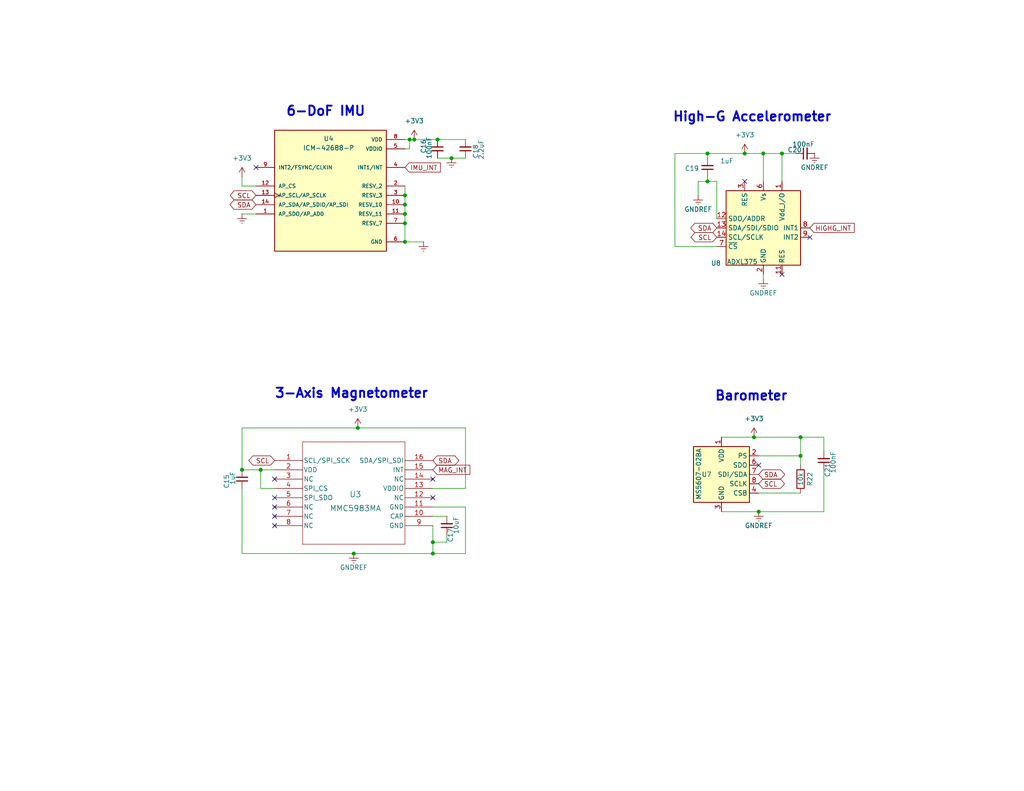
<source format=kicad_sch>
(kicad_sch (version 20250114) (generator "eeschema") (generator_version "9.0")
  (paper "USLetter")
  (title_block (title "WINTER Sensors") (date "2025-08-28") (rev "4-Dev") (company "SparrowTheNerd"))
  (lib_symbols
    (symbol "Device:C_Small" (pin_numbers (hide yes)) (pin_names (offset 0.254) (hide yes))
      (property "Reference" "C" (at 0.254 1.778 0))
      (property "Value" "C_Small" (at 0.254 -2.032 0))
      (symbol "C_Small_0_1"
        (polyline (pts (xy -1.524 0.508) (xy 1.524 0.508)) (stroke (width 0.3048)))
        (polyline (pts (xy -1.524 -0.508) (xy 1.524 -0.508)) (stroke (width 0.3302)))
      )
      (symbol "C_Small_1_1"
        (pin passive line (at 0 2.54 270) (length 2.032) (name "~") (number "1"))
        (pin passive line (at 0 -2.54 90) (length 2.032) (name "~") (number "2"))
      )
    )
    (symbol "Device:R" (pin_numbers (hide yes)) (pin_names (offset 0))
      (property "Reference" "R" (at 2.032 0 90))
      (property "Value" "R" (at 0 0 90))
      (symbol "R_0_1"
        (rectangle (start -1.016 -2.54) (end 1.016 2.54) (stroke (width 0.254)))
      )
      (symbol "R_1_1"
        (pin passive line (at 0 3.81 270) (length 1.27) (name "~") (number "1"))
        (pin passive line (at 0 -3.81 90) (length 1.27) (name "~") (number "2"))
      )
    )
    (symbol "Sensor_Motion:ADXL343"
      (property "Reference" "U" (at -8.89 11.43 0))
      (property "Value" "ADXL343" (at -7.62 -11.43 0))
      (symbol "ADXL343_0_1"
        (rectangle (start -10.16 10.16) (end 10.16 -10.16) (stroke (width 0.254)) (fill (type background)))
      )
      (symbol "ADXL343_1_1"
        (pin bidirectional line (at -12.7 2.54 0) (length 2.54) (name "SDO/ADDR") (number "12"))
        (pin bidirectional line (at -12.7 0 0) (length 2.54) (name "SDA/SDI/SDIO") (number "13"))
        (pin input line (at -12.7 -2.54 0) (length 2.54) (name "SCL/SCLK") (number "14"))
        (pin input line (at -12.7 -5.08 0) (length 2.54) (name "~{CS}") (number "7"))
        (pin passive line (at -5.08 12.7 270) (length 2.54) (name "RES") (number "3"))
        (pin no_connect line (at -5.08 -10.16 90) (length 2.54) (hide yes) (name "NC") (number "10"))
        (pin power_in line (at 0 12.7 270) (length 2.54) (name "Vs") (number "6"))
        (pin power_in line (at 0 -12.7 90) (length 2.54) (name "GND") (number "2"))
        (pin passive line (at 0 -12.7 90) (length 2.54) (hide yes) (name "GND") (number "4"))
        (pin passive line (at 0 -12.7 90) (length 2.54) (hide yes) (name "GND") (number "5"))
        (pin power_in line (at 5.08 12.7 270) (length 2.54) (name "Vdd_I/O") (number "1"))
        (pin passive line (at 5.08 -12.7 90) (length 2.54) (name "RES") (number "11"))
        (pin output line (at 12.7 0 180) (length 2.54) (name "INT1") (number "8"))
        (pin output line (at 12.7 -2.54 180) (length 2.54) (name "INT2") (number "9"))
      )
    )
    (symbol "Sensor_Pressure:MS5607-02BA"
      (property "Reference" "U" (at -6.35 8.89 0))
      (property "Value" "MS5607-02BA" (at 7.62 8.89 0))
      (symbol "MS5607-02BA_0_1"
        (rectangle (start -7.62 7.62) (end 7.62 -7.62) (stroke (width 0.254)) (fill (type background)))
      )
      (symbol "MS5607-02BA_1_1"
        (pin input line (at -10.16 5.08 0) (length 2.54) (name "PS") (number "2"))
        (pin output line (at -10.16 2.54 0) (length 2.54) (name "SDO") (number "6"))
        (pin bidirectional line (at -10.16 0 0) (length 2.54) (name "SDI/SDA") (number "7"))
        (pin input line (at -10.16 -2.54 0) (length 2.54) (name "SCLK") (number "8"))
        (pin input line (at -10.16 -5.08 0) (length 2.54) (name "CSB") (number "4"))
        (pin input line (at -10.16 -5.08 0) (length 2.54) (hide yes) (name "CSB") (number "5"))
        (pin power_in line (at 0 10.16 270) (length 2.54) (name "VDD") (number "1"))
        (pin power_in line (at 0 -10.16 90) (length 2.54) (name "GND") (number "3"))
      )
    )
    (symbol "WINTER_components:ICM-42688-P" (pin_names (offset 1.016))
      (property "Reference" "U" (at -20.32 16.002 0))
      (property "Value" "ICM-42688-P" (at -20.32 -20.32 0))
      (symbol "ICM-42688-P_0_0"
        (rectangle (start -20.32 15.24) (end 10.16 -17.78) (stroke (width 0.254)) (fill (type background)))
        (pin bidirectional line (at -25.4 5.08 0) (length 5.08) (name "INT2/FSYNC/CLKIN") (number "9"))
        (pin input line (at -25.4 0 0) (length 5.08) (name "AP_CS") (number "12"))
        (pin input clock (at -25.4 -2.54 0) (length 5.08) (name "AP_SCL/AP_SCLK") (number "13"))
        (pin bidirectional line (at -25.4 -5.08 0) (length 5.08) (name "AP_SDA/AP_SDIO/AP_SDI") (number "14"))
        (pin bidirectional line (at -25.4 -7.62 0) (length 5.08) (name "AP_SDO/AP_AD0") (number "1"))
        (pin power_in line (at 15.24 12.7 180) (length 5.08) (name "VDD") (number "8"))
        (pin power_in line (at 15.24 10.16 180) (length 5.08) (name "VDDIO") (number "5"))
        (pin output line (at 15.24 5.08 180) (length 5.08) (name "INT1/INT") (number "4"))
        (pin passive line (at 15.24 0 180) (length 5.08) (name "RESV_2") (number "2"))
        (pin passive line (at 15.24 -2.54 180) (length 5.08) (name "RESV_3") (number "3"))
        (pin passive line (at 15.24 -5.08 180) (length 5.08) (name "RESV_10") (number "10"))
        (pin passive line (at 15.24 -7.62 180) (length 5.08) (name "RESV_11") (number "11"))
        (pin passive line (at 15.24 -10.16 180) (length 5.08) (name "RESV_7") (number "7"))
        (pin power_in line (at 15.24 -15.24 180) (length 5.08) (name "GND") (number "6"))
      )
    )
    (symbol "WINTER_components:MMC5983MA" (pin_names (offset 0.254))
      (property "Reference" "U" (at 35.56 10.16 0))
      (property "Value" "MMC5983MA" (at 35.56 7.62 0))
      (symbol "MMC5983MA_0_1"
        (polyline (pts (xy 7.62 5.08) (xy 7.62 -22.86)) (stroke (width 0.127)))
        (polyline (pts (xy 7.62 -22.86) (xy 35.56 -22.86)) (stroke (width 0.127)))
        (polyline (pts (xy 35.56 5.08) (xy 7.62 5.08)) (stroke (width 0.127)))
        (polyline (pts (xy 35.56 -22.86) (xy 35.56 5.08)) (stroke (width 0.127)))
        (pin input line (at 0 0 0) (length 7.62) (name "SCL/SPI_SCK") (number "1"))
        (pin power_in line (at 0 -2.54 0) (length 7.62) (name "VDD") (number "2"))
        (pin no_connect line (at 0 -5.08 0) (length 7.62) (name "NC") (number "3"))
        (pin input line (at 0 -7.62 0) (length 7.62) (name "SPI_CS") (number "4"))
        (pin output line (at 0 -10.16 0) (length 7.62) (name "SPI_SDO") (number "5"))
        (pin no_connect line (at 0 -12.7 0) (length 7.62) (name "NC") (number "6"))
        (pin no_connect line (at 0 -15.24 0) (length 7.62) (name "NC") (number "7"))
        (pin no_connect line (at 0 -17.78 0) (length 7.62) (name "NC") (number "8"))
        (pin bidirectional line (at 43.18 0 180) (length 7.62) (name "SDA/SPI_SDI") (number "16"))
        (pin output line (at 43.18 -2.54 180) (length 7.62) (name "INT") (number "15"))
        (pin no_connect line (at 43.18 -5.08 180) (length 7.62) (name "NC") (number "14"))
        (pin power_in line (at 43.18 -7.62 180) (length 7.62) (name "VDDIO") (number "13"))
        (pin no_connect line (at 43.18 -10.16 180) (length 7.62) (name "NC") (number "12"))
        (pin power_out line (at 43.18 -12.7 180) (length 7.62) (name "GND") (number "11"))
        (pin power_in line (at 43.18 -15.24 180) (length 7.62) (name "CAP") (number "10"))
        (pin power_out line (at 43.18 -17.78 180) (length 7.62) (name "GND") (number "9"))
      )
    )
    (symbol "power:+3V3" (power) (pin_numbers (hide yes)) (pin_names (offset 0) (hide yes))
      (property "Value" "+3V3" (at 0 3.556 0))
      (symbol "+3V3_0_1"
        (polyline (pts (xy -0.762 1.27) (xy 0 2.54)))
        (polyline (pts (xy 0 2.54) (xy 0.762 1.27)))
        (polyline (pts (xy 0 0) (xy 0 2.54)))
      )
      (symbol "+3V3_1_1"
        (pin power_in line (at 0 0 90) (length 0) (name "~") (number "1"))
      )
    )
    (symbol "power:GNDREF" (power) (pin_numbers (hide yes)) (pin_names (offset 0) (hide yes))
      (property "Value" "GNDREF" (at 0 -3.81 0))
      (symbol "GNDREF_0_1"
        (polyline (pts (xy -0.635 -1.905) (xy 0.635 -1.905)))
        (polyline (pts (xy -0.127 -2.54) (xy 0.127 -2.54)))
        (polyline (pts (xy 0 -1.27) (xy 0 0)))
        (polyline (pts (xy 1.27 -1.27) (xy -1.27 -1.27)))
      )
      (symbol "GNDREF_1_1"
        (pin power_in line (at 0 0 270) (length 0) (name "~") (number "1"))
      )
    )
  )
  (text "3-Axis Magnetometer\n" (at 95.9104 107.4928 0) (effects (font (size 2.54 2.54) (bold yes))))
  (text "Barometer" (at 204.978 108.204 0) (effects (font (size 2.54 2.54) (bold yes))))
  (text "6-DoF IMU\n" (at 88.9 30.48 0) (effects (font (size 2.54 2.54) (bold yes))))
  (text "High-G Accelerometer" (at 205.232 32.004 0) (effects (font (size 2.54 2.54) (bold yes))))
  (junction (at 71.12 128.27))
  (junction (at 203.2 41.91))
  (junction (at 113.03 38.1))
  (junction (at 118.11 151.13))
  (junction (at 110.49 58.42))
  (junction (at 207.01 139.7))
  (junction (at 123.19 43.18))
  (junction (at 193.04 41.91))
  (junction (at 96.52 151.13))
  (junction (at 66.04 128.27))
  (junction (at 97.6376 116.84))
  (junction (at 213.36 41.91))
  (junction (at 110.49 60.96))
  (junction (at 218.44 119.38))
  (junction (at 119.38 38.1))
  (junction (at 110.49 66.04))
  (junction (at 205.74 119.38))
  (junction (at 193.04 49.53))
  (junction (at 110.49 55.88))
  (junction (at 118.11 148.0312))
  (junction (at 218.44 124.46))
  (junction (at 208.28 41.91))
  (junction (at 111.76 38.1))
  (junction (at 110.49 53.34))
  (no_connect (at 74.93 140.97))
  (no_connect (at 207.01 127))
  (no_connect (at 74.93 130.81))
  (no_connect (at 220.98 64.77))
  (no_connect (at 74.93 143.51))
  (no_connect (at 213.36 74.93))
  (no_connect (at 74.93 138.43))
  (no_connect (at 203.2 49.53))
  (no_connect (at 118.11 130.81))
  (no_connect (at 74.93 135.89))
  (no_connect (at 69.85 45.72))
  (no_connect (at 118.11 135.89))
  (wire (pts (xy 213.36 41.91) (xy 217.17 41.91)))
  (wire (pts (xy 71.12 128.27) (xy 74.93 128.27)))
  (wire (pts (xy 193.04 41.91) (xy 184.15 41.91)))
  (wire (pts (xy 127 116.84) (xy 127 133.35)))
  (wire (pts (xy 110.49 50.8) (xy 110.49 53.34)))
  (wire (pts (xy 195.58 59.69) (xy 195.58 49.53)))
  (wire (pts (xy 218.44 127) (xy 218.44 124.46)))
  (wire (pts (xy 110.49 66.04) (xy 115.57 66.04)))
  (wire (pts (xy 207.01 139.7) (xy 196.85 139.7)))
  (wire (pts (xy 184.15 41.91) (xy 184.15 67.31)))
  (wire (pts (xy 207.01 124.46) (xy 218.44 124.46)))
  (wire (pts (xy 127 133.35) (xy 118.11 133.35)))
  (wire (pts (xy 203.2 41.91) (xy 193.04 41.91)))
  (wire (pts (xy 127 138.43) (xy 127 151.13)))
  (wire (pts (xy 69.85 50.8) (xy 66.04 50.8)))
  (wire (pts (xy 218.44 119.38) (xy 218.44 124.46)))
  (wire (pts (xy 118.11 151.13) (xy 127 151.13)))
  (wire (pts (xy 196.85 119.38) (xy 205.74 119.38)))
  (wire (pts (xy 97.6376 116.84) (xy 127 116.84)))
  (wire (pts (xy 207.01 134.62) (xy 218.44 134.62)))
  (wire (pts (xy 190.5 49.53) (xy 190.5 53.34)))
  (wire (pts (xy 71.12 133.35) (xy 71.12 128.27)))
  (wire (pts (xy 193.04 43.18) (xy 193.04 41.91)))
  (wire (pts (xy 184.15 67.31) (xy 195.58 67.31)))
  (wire (pts (xy 195.58 49.53) (xy 193.04 49.53)))
  (wire (pts (xy 190.5 49.53) (xy 193.04 49.53)))
  (wire (pts (xy 118.11 138.43) (xy 127 138.43)))
  (wire (pts (xy 208.28 41.91) (xy 208.28 49.53)))
  (wire (pts (xy 113.03 38.1) (xy 119.38 38.1)))
  (wire (pts (xy 66.04 133.35) (xy 66.04 151.13)))
  (wire (pts (xy 119.38 43.18) (xy 123.19 43.18)))
  (wire (pts (xy 205.74 119.38) (xy 218.44 119.38)))
  (wire (pts (xy 118.11 143.51) (xy 118.11 148.0312)))
  (wire (pts (xy 66.04 116.84) (xy 97.6376 116.84)))
  (wire (pts (xy 66.04 116.84) (xy 66.04 128.27)))
  (wire (pts (xy 66.04 58.42) (xy 69.85 58.42)))
  (wire (pts (xy 224.79 128.27) (xy 224.79 139.7)))
  (wire (pts (xy 121.92 148.0312) (xy 118.11 148.0312)))
  (wire (pts (xy 208.28 41.91) (xy 213.36 41.91)))
  (wire (pts (xy 111.76 38.1) (xy 113.03 38.1)))
  (wire (pts (xy 193.04 48.26) (xy 193.04 49.53)))
  (wire (pts (xy 208.28 41.91) (xy 203.2 41.91)))
  (wire (pts (xy 110.49 58.42) (xy 110.49 60.96)))
  (wire (pts (xy 213.36 41.91) (xy 213.36 49.53)))
  (wire (pts (xy 66.04 48.26) (xy 66.04 50.8)))
  (wire (pts (xy 118.11 140.97) (xy 121.92 140.97)))
  (wire (pts (xy 224.79 119.38) (xy 218.44 119.38)))
  (wire (pts (xy 224.79 123.19) (xy 224.79 119.38)))
  (wire (pts (xy 110.49 53.34) (xy 110.49 55.88)))
  (wire (pts (xy 110.49 38.1) (xy 111.76 38.1)))
  (wire (pts (xy 123.19 43.18) (xy 127 43.18)))
  (wire (pts (xy 96.52 151.13) (xy 118.11 151.13)))
  (wire (pts (xy 118.11 148.0312) (xy 118.11 151.13)))
  (wire (pts (xy 119.38 38.1) (xy 127 38.1)))
  (wire (pts (xy 208.28 76.2) (xy 208.28 74.93)))
  (wire (pts (xy 66.04 151.13) (xy 96.52 151.13)))
  (wire (pts (xy 111.76 40.64) (xy 111.76 38.1)))
  (wire (pts (xy 121.92 146.05) (xy 121.92 148.0312)))
  (wire (pts (xy 66.04 128.27) (xy 71.12 128.27)))
  (wire (pts (xy 110.49 40.64) (xy 111.76 40.64)))
  (wire (pts (xy 110.49 55.88) (xy 110.49 58.42)))
  (wire (pts (xy 74.93 133.35) (xy 71.12 133.35)))
  (wire (pts (xy 224.79 139.7) (xy 207.01 139.7)))
  (wire (pts (xy 110.49 60.96) (xy 110.49 66.04)))
  (global_label "SDA" (shape bidirectional) (at 69.85 55.88 180) (property "Intersheetrefs" "${INTERSHEET_REFS}" (effects (hide yes))))
  (global_label "HIGHG_INT" (shape input) (at 220.98 62.23 0) (property "Intersheetrefs" "${INTERSHEET_REFS}" (effects (hide yes))))
  (global_label "SCL" (shape bidirectional) (at 69.85 53.34 180) (property "Intersheetrefs" "${INTERSHEET_REFS}" (effects (hide yes))))
  (global_label "SDA" (shape bidirectional) (at 118.11 125.73 0) (property "Intersheetrefs" "${INTERSHEET_REFS}" (effects (hide yes))))
  (global_label "SCL" (shape bidirectional) (at 207.01 132.08 0) (property "Intersheetrefs" "${INTERSHEET_REFS}" (effects (hide yes))))
  (global_label "IMU_INT" (shape input) (at 110.49 45.72 0) (property "Intersheetrefs" "${INTERSHEET_REFS}" (effects (hide yes))))
  (global_label "MAG_INT" (shape input) (at 118.11 128.27 0) (property "Intersheetrefs" "${INTERSHEET_REFS}" (effects (hide yes))))
  (global_label "SCL" (shape bidirectional) (at 195.58 64.77 180) (property "Intersheetrefs" "${INTERSHEET_REFS}" (effects (hide yes))))
  (global_label "SDA" (shape bidirectional) (at 207.01 129.54 0) (property "Intersheetrefs" "${INTERSHEET_REFS}" (effects (hide yes))))
  (global_label "SDA" (shape bidirectional) (at 195.58 62.23 180) (property "Intersheetrefs" "${INTERSHEET_REFS}" (effects (hide yes))))
  (global_label "SCL" (shape bidirectional) (at 74.93 125.73 180) (property "Intersheetrefs" "${INTERSHEET_REFS}" (effects (hide yes))))
  (symbol (lib_id "power:GNDREF") (at 66.04 58.42 0) (mirror y) (unit 1)
    (property "Reference" "#PWR0136" (effects (hide yes)))
    (property "Value" "GNDREF" (effects (hide yes)))
    (property "Description" "Power symbol creates a global label with name \"GNDREF\" , reference supply ground" (effects (hide yes)))
  )
  (symbol (lib_id "power:+3V3") (at 113.03 38.1 0) (unit 1)
    (property "Reference" "#PWR0138" (effects (hide yes)))
    (property "Value" "+3V3" (at 113.03 33.02 0))
    (property "Description" "Power symbol creates a global label with name \"+3V3\"" (effects (hide yes)))
  )
  (symbol (lib_id "power:GNDREF") (at 115.57 66.04 0) (mirror y) (unit 1)
    (property "Reference" "#PWR0134" (effects (hide yes)))
    (property "Value" "GNDREF" (effects (hide yes)))
    (property "Description" "Power symbol creates a global label with name \"GNDREF\" , reference supply ground" (effects (hide yes)))
  )
  (symbol (lib_id "Device:C_Small") (at 66.04 130.81 180) (unit 1)
    (property "Reference" "C15" (at 61.8236 129.4892 90) (effects (justify left)))
    (property "Value" "1uF" (at 63.5 128.7272 90) (effects (justify left)))
    (property "Footprint" "Capacitor_SMD:C_0402_1005Metric" (effects (hide yes)))
    (property "Description" "Unpolarized capacitor, small symbol" (effects (hide yes)))
    (property "Product ID" "GRT153R61A105ME13D" (effects (hide yes)))
    (property "LCSC" "C52923" (effects (hide yes)))
  )
  (symbol (lib_id "Device:C_Small") (at 219.71 41.91 90) (unit 1)
    (property "Reference" "C20" (at 218.7973 40.9239 90) (effects (justify left)))
    (property "Value" "100nF" (at 222.25 39.37 90) (effects (justify left)))
    (property "Footprint" "Capacitor_SMD:C_0603_1608Metric" (effects (hide yes)))
    (property "Description" "Unpolarized capacitor, small symbol" (effects (hide yes)))
    (property "Product ID" "CL10B104KB8NNNL" (effects (hide yes)))
    (property "LCSC" "C1525" (effects (hide yes)))
  )
  (symbol (lib_id "power:+3V3") (at 203.2 41.91 0) (unit 1)
    (property "Reference" "#PWR0133" (effects (hide yes)))
    (property "Value" "+3V3" (at 203.2 36.83 0))
    (property "Description" "Power symbol creates a global label with name \"+3V3\"" (effects (hide yes)))
  )
  (symbol (lib_id "Device:R") (at 218.44 130.81 180) (unit 1)
    (property "Reference" "R22" (at 220.98 130.81 90))
    (property "Value" "10k" (at 218.44 130.81 90))
    (property "Footprint" "Resistor_SMD:R_0603_1608Metric" (effects (hide yes)))
    (property "Description" "Resistor" (effects (hide yes)))
    (property "Product ID" "ERJ-PA3F1002V" (effects (hide yes)))
    (property "LCSC" "C25804" (effects (hide yes)))
  )
  (symbol (lib_id "WINTER_components:ICM-42688-P") (at 95.25 50.8 0) (unit 1)
    (property "Reference" "U4" (at 89.662 37.846 0))
    (property "Value" "ICM-42688-P" (at 89.662 40.386 0))
    (property "Footprint" "WINTERfootprints:PQFN50P300X250X97-14N" (effects (hide yes)))
    (property "PARTREV" "1.2" (effects (hide yes)))
    (property "STANDARD" "IPC-7351B" (effects (hide yes)))
    (property "MAXIMUM_PACKAGE_HEIGHT" "0.97mm" (effects (hide yes)))
    (property "MANUFACTURER" "TDK InvenSense" (effects (hide yes)))
    (property "LCSC" "C1850418" (effects (hide yes)))
    (property "Product ID" "ICM-42688-P" (effects (hide yes)))
  )
  (symbol (lib_id "Device:C_Small") (at 193.04 45.72 180) (unit 1)
    (property "Reference" "C19" (at 190.754 45.974 0) (effects (justify left)))
    (property "Value" "1uF" (at 200.152 43.942 0) (effects (justify left)))
    (property "Footprint" "Capacitor_SMD:C_0402_1005Metric" (effects (hide yes)))
    (property "Description" "Unpolarized capacitor, small symbol" (effects (hide yes)))
    (property "Product ID" "GRT153R61A105ME13D" (effects (hide yes)))
    (property "LCSC" "C52923" (effects (hide yes)))
  )
  (symbol (lib_id "Sensor_Pressure:MS5607-02BA") (at 196.85 129.54 0) (mirror y) (unit 1)
    (property "Reference" "U7" (at 194.1728 129.54 0) (effects (justify left)))
    (property "Value" "MS5607-02BA" (at 190.6351 136.4241 90) (effects (justify left)))
    (property "Footprint" "Package_LGA:LGA-8_3x5mm_P1.25mm" (effects (hide yes)))
    (property "Datasheet" "https://www.te.com/commerce/DocumentDelivery/DDEController?Action=showdoc&DocId=Data+Sheet%7FMS5607-02BA03%7FB2%7Fpdf%7FEnglish%7FENG_DS_MS5607-02BA03_B2.pdf%7FCAT-BLPS0035" (effects (hide yes)))
    (property "Description" "Barometric pressure sensor, 20cm resolution, 10 to 1200 mbar, I2C and SPI interface up to 20MHz, LGA-8" (effects (hide yes)))
    (property "Product ID" "MS5607-02BA" (effects (hide yes)))
    (property "LCSC" "C97627" (effects (hide yes)))
  )
  (symbol (lib_id "power:GNDREF") (at 190.5 53.34 0) (mirror y) (unit 1)
    (property "Reference" "#PWR0132" (effects (hide yes)))
    (property "Value" "GNDREF" (at 190.5 57.15 0))
    (property "Description" "Power symbol creates a global label with name \"GNDREF\" , reference supply ground" (effects (hide yes)))
  )
  (symbol (lib_id "WINTER_components:MMC5983MA") (at 74.93 125.73 0) (unit 1)
    (property "Reference" "U3" (at 96.9772 134.9756 0) (effects (font (size 1.524 1.524))))
    (property "Value" "MMC5983MA" (at 96.9772 138.7856 0) (effects (font (size 1.524 1.524))))
    (property "Footprint" "WINTERfootprints:MMC5983MA_MEM" (effects (hide yes)))
    (property "Datasheet" "MMC5983MA" (effects (hide yes)))
    (property "Product ID" "MMC5983MA" (effects (hide yes)))
    (property "LCSC" "C404329" (effects (hide yes)))
  )
  (symbol (lib_id "Device:C_Small") (at 121.92 143.51 180) (unit 1)
    (property "Reference" "C17" (at 122.9196 144.1822 90) (effects (justify left)))
    (property "Value" "10uF" (at 124.46 140.97 90) (effects (justify left)))
    (property "Footprint" "Capacitor_SMD:C_0603_1608Metric" (effects (hide yes)))
    (property "Description" "Unpolarized capacitor, small symbol" (effects (hide yes)))
    (property "Product ID" "GRM155R61A106ME11D" (effects (hide yes)))
    (property "LCSC" "C15525" (effects (hide yes)))
  )
  (symbol (lib_id "power:GNDREF") (at 123.19 43.18 0) (mirror y) (unit 1)
    (property "Reference" "#PWR0135" (effects (hide yes)))
    (property "Value" "GNDREF" (effects (hide yes)))
    (property "Description" "Power symbol creates a global label with name \"GNDREF\" , reference supply ground" (effects (hide yes)))
  )
  (symbol (lib_id "power:+3V3") (at 97.6376 116.84 0) (unit 1)
    (property "Reference" "#PWR0130" (effects (hide yes)))
    (property "Value" "+3V3" (at 97.6376 111.76 0))
    (property "Description" "Power symbol creates a global label with name \"+3V3\"" (effects (hide yes)))
  )
  (symbol (lib_id "power:+3V3") (at 205.74 119.38 0) (unit 1)
    (property "Reference" "#PWR0139" (effects (hide yes)))
    (property "Value" "+3V3" (at 205.74 114.3 0))
    (property "Description" "Power symbol creates a global label with name \"+3V3\"" (effects (hide yes)))
  )
  (symbol (lib_id "power:GNDREF") (at 207.01 139.7 0) (mirror y) (unit 1)
    (property "Reference" "#PWR0141" (effects (hide yes)))
    (property "Value" "GNDREF" (at 207.01 143.51 0))
    (property "Description" "Power symbol creates a global label with name \"GNDREF\" , reference supply ground" (effects (hide yes)))
  )
  (symbol (lib_id "power:+3V3") (at 66.04 48.26 0) (unit 1)
    (property "Reference" "#PWR0137" (effects (hide yes)))
    (property "Value" "+3V3" (at 66.04 43.18 0))
    (property "Description" "Power symbol creates a global label with name \"+3V3\"" (effects (hide yes)))
  )
  (symbol (lib_id "Device:C_Small") (at 127 40.64 180) (unit 1)
    (property "Reference" "C18" (at 129.794 39.37 90) (effects (justify left)))
    (property "Value" "2.2uF" (at 131.318 38.1 90) (effects (justify left)))
    (property "Footprint" "Capacitor_SMD:C_0402_1005Metric" (effects (hide yes)))
    (property "Description" "Unpolarized capacitor, small symbol" (effects (hide yes)))
    (property "Product ID" "GRM155C71A225KE11J" (effects (hide yes)))
    (property "LCSC" "C12530 " (effects (hide yes)))
  )
  (symbol (lib_id "power:GNDREF") (at 96.52 151.13 0) (mirror y) (unit 1)
    (property "Reference" "#PWR0129" (effects (hide yes)))
    (property "Value" "GNDREF" (at 96.52 154.94 0))
    (property "Description" "Power symbol creates a global label with name \"GNDREF\" , reference supply ground" (effects (hide yes)))
  )
  (symbol (lib_id "Device:C_Small") (at 119.38 40.64 0) (unit 1)
    (property "Reference" "C16" (at 115.57 41.91 90) (effects (justify left)))
    (property "Value" "100nF" (at 117.094 43.434 90) (effects (justify left)))
    (property "Footprint" "Capacitor_SMD:C_0603_1608Metric" (effects (hide yes)))
    (property "Description" "Unpolarized capacitor, small symbol" (effects (hide yes)))
    (property "Product ID" "CL10B104KB8NNNL" (effects (hide yes)))
    (property "LCSC" "C1525" (effects (hide yes)))
  )
  (symbol (lib_id "power:GNDREF") (at 208.28 76.2 0) (mirror y) (unit 1)
    (property "Reference" "#PWR0140" (effects (hide yes)))
    (property "Value" "GNDREF" (at 208.28 80.01 0))
    (property "Description" "Power symbol creates a global label with name \"GNDREF\" , reference supply ground" (effects (hide yes)))
  )
  (symbol (lib_id "power:GNDREF") (at 222.25 41.91 0) (mirror y) (unit 1)
    (property "Reference" "#PWR0131" (effects (hide yes)))
    (property "Value" "GNDREF" (at 222.25 45.72 0))
    (property "Description" "Power symbol creates a global label with name \"GNDREF\" , reference supply ground" (effects (hide yes)))
  )
  (symbol (lib_id "Sensor_Motion:ADXL343") (at 208.28 62.23 0) (unit 1)
    (property "Reference" "U8" (at 195.3452 71.8551 0))
    (property "Value" "ADXL375" (at 202.5162 71.4726 0))
    (property "Footprint" "Package_LGA:LGA-14_3x5mm_P0.8mm_LayoutBorder1x6y" (effects (hide yes)))
    (property "Datasheet" "https://www.analog.com/media/en/technical-documentation/data-sheets/ADXL343.pdf" (effects (hide yes)))
    (property "Description" "3-Axis MEMS Accelerometer, 2/4/8/16g range, I2C/SPI, LGA-14" (effects (hide yes)))
    (property "Product ID" "ADXL375" (effects (hide yes)))
    (property "LCSC" "C481898" (effects (hide yes)))
  )
  (symbol (lib_id "Device:C_Small") (at 224.79 125.73 180) (unit 1)
    (property "Reference" "C21" (at 225.7896 126.4022 90) (effects (justify left)))
    (property "Value" "100nF" (at 227.33 123.19 90) (effects (justify left)))
    (property "Footprint" "Capacitor_SMD:C_0603_1608Metric" (effects (hide yes)))
    (property "Description" "Unpolarized capacitor, small symbol" (effects (hide yes)))
    (property "Product ID" "CL10B104KB8NNNL" (effects (hide yes)))
    (property "LCSC" "C1525" (effects (hide yes)))
  )
)
</source>
